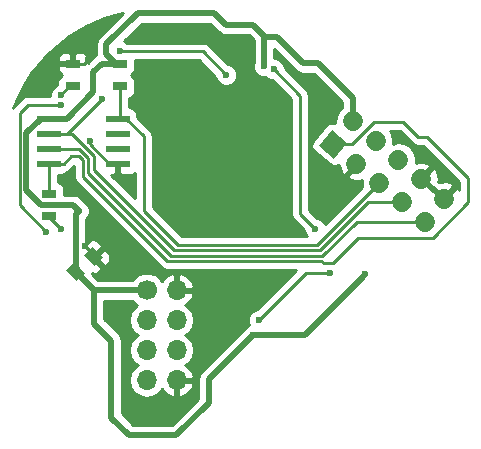
<source format=gbl>
G04 #@! TF.FileFunction,Copper,L2,Bot,Signal*
%FSLAX46Y46*%
G04 Gerber Fmt 4.6, Leading zero omitted, Abs format (unit mm)*
G04 Created by KiCad (PCBNEW 4.0.6-e0-6349~52~ubuntu16.10.1) date Sun Jul  9 07:11:00 2017*
%MOMM*%
%LPD*%
G01*
G04 APERTURE LIST*
%ADD10C,0.100000*%
%ADD11C,1.700000*%
%ADD12O,1.700000X1.700000*%
%ADD13R,1.300000X0.700000*%
%ADD14R,2.000000X0.600000*%
%ADD15C,1.700000*%
%ADD16C,0.600000*%
%ADD17C,0.500000*%
%ADD18C,0.250000*%
%ADD19C,0.254000*%
G04 APERTURE END LIST*
D10*
G36*
X94252676Y-144942960D02*
X93449192Y-143985404D01*
X94215236Y-143342616D01*
X95018720Y-144300172D01*
X94252676Y-144942960D01*
X94252676Y-144942960D01*
G37*
G36*
X95784764Y-143657384D02*
X94981280Y-142699828D01*
X95747324Y-142057040D01*
X96550808Y-143014596D01*
X95784764Y-143657384D01*
X95784764Y-143657384D01*
G37*
D11*
X100250000Y-145710000D03*
D12*
X102790000Y-145710000D03*
X100250000Y-148250000D03*
X102790000Y-148250000D03*
X100250000Y-150790000D03*
X102790000Y-150790000D03*
X100250000Y-153330000D03*
X102790000Y-153330000D03*
D13*
X92000000Y-139450000D03*
X92000000Y-137550000D03*
X94000000Y-126550000D03*
X94000000Y-128450000D03*
X98000000Y-126550000D03*
X98000000Y-128450000D03*
D14*
X97800000Y-131190000D03*
X97800000Y-132460000D03*
X97800000Y-133730000D03*
X97800000Y-135000000D03*
X92000000Y-135000000D03*
X92000000Y-133730000D03*
X92000000Y-132460000D03*
X92000000Y-131190000D03*
D10*
G36*
X116159015Y-134564826D02*
X114856740Y-133472087D01*
X115949479Y-132169812D01*
X117251754Y-133262551D01*
X116159015Y-134564826D01*
X116159015Y-134564826D01*
G37*
D15*
X117686928Y-131421566D02*
X117686928Y-131421566D01*
X118000000Y-135000000D02*
X118000000Y-135000000D01*
X119632680Y-133054247D02*
X119632680Y-133054247D01*
X119945753Y-136632680D02*
X119945753Y-136632680D01*
X121578433Y-134686927D02*
X121578433Y-134686927D01*
X121891506Y-138265361D02*
X121891506Y-138265361D01*
X123524186Y-136319608D02*
X123524186Y-136319608D01*
X123837259Y-139898041D02*
X123837259Y-139898041D01*
X125469939Y-137952288D02*
X125469939Y-137952288D01*
D16*
X118782950Y-144375010D03*
X110194586Y-126758312D03*
X109250000Y-149500000D03*
X95750000Y-127750000D03*
X94500000Y-139000000D03*
X107750000Y-125750000D03*
X95000000Y-142000000D03*
X95445201Y-133113476D03*
X95250000Y-126250000D03*
X93000000Y-129199987D03*
X96500000Y-129500000D03*
X93000000Y-130000000D03*
X91750000Y-140750000D03*
X93000000Y-140500000D03*
X107000000Y-127500000D03*
X98000000Y-125500000D03*
X114500000Y-140500000D03*
X111000000Y-127000000D03*
X115749992Y-144250000D03*
X109750000Y-148250000D03*
D17*
X90075011Y-132414989D02*
X91300000Y-131190000D01*
X91313188Y-138500000D02*
X90075011Y-137261823D01*
X90075011Y-137261823D02*
X90075011Y-132414989D01*
X94000000Y-138500000D02*
X91313188Y-138500000D01*
X91300000Y-131190000D02*
X92000000Y-131190000D01*
X94500000Y-139000000D02*
X94000000Y-138500000D01*
X118482951Y-144675009D02*
X118782950Y-144375010D01*
X109250000Y-149500000D02*
X113657960Y-149500000D01*
X113657960Y-149500000D02*
X118482951Y-144675009D01*
X110250000Y-124250000D02*
X110194586Y-124305414D01*
X110194586Y-126334048D02*
X110194586Y-126758312D01*
X110194586Y-124305414D02*
X110194586Y-126334048D01*
X109250000Y-123250000D02*
X110250000Y-124250000D01*
X107000000Y-123250000D02*
X109250000Y-123250000D01*
X106000000Y-122250000D02*
X107000000Y-123250000D01*
X99500000Y-122250000D02*
X106000000Y-122250000D01*
X96850000Y-124900000D02*
X99500000Y-122250000D01*
X96850000Y-125700000D02*
X96850000Y-124900000D01*
X97700000Y-126550000D02*
X96850000Y-125700000D01*
X98000000Y-126550000D02*
X97700000Y-126550000D01*
X105500000Y-155250000D02*
X105500000Y-153250000D01*
X105500000Y-153250000D02*
X109250000Y-149500000D01*
X102750000Y-158000000D02*
X105500000Y-155250000D01*
X102250000Y-158000000D02*
X102750000Y-158000000D01*
X98750000Y-158000000D02*
X102250000Y-158000000D01*
X97250000Y-156500000D02*
X98750000Y-158000000D01*
X97250000Y-150000000D02*
X97250000Y-156500000D01*
X95801168Y-148551168D02*
X97250000Y-150000000D01*
X95801168Y-145710000D02*
X95801168Y-148551168D01*
X114750000Y-126500000D02*
X117686928Y-129436928D01*
X117686928Y-129436928D02*
X117686928Y-131421566D01*
X113500000Y-126500000D02*
X114750000Y-126500000D01*
X111250000Y-124250000D02*
X113500000Y-126500000D01*
X110250000Y-124250000D02*
X111250000Y-124250000D01*
X95750000Y-127250000D02*
X96450000Y-126550000D01*
X96450000Y-126550000D02*
X98000000Y-126550000D01*
X95750000Y-127750000D02*
X95750000Y-127250000D01*
X92000000Y-131190000D02*
X93500000Y-131190000D01*
X93500000Y-131190000D02*
X95750000Y-128940000D01*
X95750000Y-128940000D02*
X95750000Y-127750000D01*
X94233956Y-144142788D02*
X94233956Y-139266044D01*
X94233956Y-139266044D02*
X94500000Y-139000000D01*
X100250000Y-145710000D02*
X95801168Y-145710000D01*
X95801168Y-145710000D02*
X94233956Y-144142788D01*
D18*
X95766044Y-142857212D02*
X95766044Y-142766044D01*
X95766044Y-142766044D02*
X95000000Y-142000000D01*
X95445201Y-133345201D02*
X95445201Y-133113476D01*
X97800000Y-135000000D02*
X97100000Y-135000000D01*
X97100000Y-135000000D02*
X95445201Y-133345201D01*
X94000000Y-126550000D02*
X94950000Y-126550000D01*
X94950000Y-126550000D02*
X95250000Y-126250000D01*
X127500000Y-136250000D02*
X127500000Y-138250000D01*
X94875002Y-134699998D02*
X94550002Y-134374998D01*
X122000000Y-131500000D02*
X123250000Y-132750000D01*
X116050001Y-143374999D02*
X115199999Y-143374999D01*
X124000000Y-132750000D02*
X127500000Y-136250000D01*
X93875002Y-134374998D02*
X93250000Y-135000000D01*
X102000000Y-143250000D02*
X94875002Y-136125002D01*
X116054247Y-133367319D02*
X117632681Y-133367319D01*
X115075000Y-143250000D02*
X102000000Y-143250000D01*
X117632681Y-133367319D02*
X119500000Y-131500000D01*
X119500000Y-131500000D02*
X122000000Y-131500000D01*
X123250000Y-132750000D02*
X124000000Y-132750000D01*
X127500000Y-138250000D02*
X124500000Y-141250000D01*
X93250000Y-135000000D02*
X92000000Y-135000000D01*
X124500000Y-141250000D02*
X118175000Y-141250000D01*
X118175000Y-141250000D02*
X116050001Y-143374999D01*
X115199999Y-143374999D02*
X115075000Y-143250000D01*
X94875002Y-136125002D02*
X94875002Y-134699998D01*
X94550002Y-134374998D02*
X93875002Y-134374998D01*
X92000000Y-135000000D02*
X92000000Y-137550000D01*
X100000000Y-139000000D02*
X102899967Y-141899967D01*
X98500000Y-131190000D02*
X100000000Y-132690000D01*
X97800000Y-131190000D02*
X98500000Y-131190000D01*
X100000000Y-132690000D02*
X100000000Y-139000000D01*
X102899967Y-141899967D02*
X114678466Y-141899967D01*
X114678466Y-141899967D02*
X119095754Y-137482679D01*
X119095754Y-137482679D02*
X119945753Y-136632680D01*
X98000000Y-128450000D02*
X98000000Y-130990000D01*
X98000000Y-130990000D02*
X97800000Y-131190000D01*
X114952198Y-142349978D02*
X119036815Y-138265361D01*
X93907826Y-132460000D02*
X95775024Y-134327198D01*
X95775024Y-135535024D02*
X102589978Y-142349978D01*
X92000000Y-132460000D02*
X93907826Y-132460000D01*
X119036815Y-138265361D02*
X120689425Y-138265361D01*
X102589978Y-142349978D02*
X114952198Y-142349978D01*
X120689425Y-138265361D02*
X121891506Y-138265361D01*
X95775024Y-134327198D02*
X95775024Y-135535024D01*
X93700000Y-128450000D02*
X93000000Y-129150000D01*
X94000000Y-128450000D02*
X93700000Y-128450000D01*
X93000000Y-129150000D02*
X93000000Y-129199987D01*
X92000000Y-132460000D02*
X93540000Y-132460000D01*
X93540000Y-132460000D02*
X96500000Y-129500000D01*
X102319989Y-142799989D02*
X115138598Y-142799989D01*
X115138598Y-142799989D02*
X118040546Y-139898041D01*
X118040546Y-139898041D02*
X122635178Y-139898041D01*
X92000000Y-133730000D02*
X94541415Y-133730000D01*
X94541415Y-133730000D02*
X95325013Y-134513598D01*
X95325013Y-135805013D02*
X102319989Y-142799989D01*
X95325013Y-134513598D02*
X95325013Y-135805013D01*
X122635178Y-139898041D02*
X123837259Y-139898041D01*
X89500000Y-130750000D02*
X90250000Y-130000000D01*
X90250000Y-130000000D02*
X93000000Y-130000000D01*
X89500000Y-138500000D02*
X89500000Y-130750000D01*
X91750000Y-140750000D02*
X89500000Y-138500000D01*
X92000000Y-139450000D02*
X92000000Y-139500000D01*
X92000000Y-139500000D02*
X93000000Y-140500000D01*
X98000000Y-125500000D02*
X105000000Y-125500000D01*
X105000000Y-125500000D02*
X107000000Y-127500000D01*
X113250000Y-129250000D02*
X113250000Y-139250000D01*
X113250000Y-139250000D02*
X114500000Y-140500000D01*
X111000000Y-127000000D02*
X113250000Y-129250000D01*
X115325728Y-144250000D02*
X115749992Y-144250000D01*
X113750000Y-144250000D02*
X115325728Y-144250000D01*
X109750000Y-148250000D02*
X113750000Y-144250000D01*
D19*
G36*
X94115002Y-136125002D02*
X94172854Y-136415841D01*
X94337601Y-136662403D01*
X101462599Y-143787401D01*
X101709161Y-143952148D01*
X102000000Y-144010000D01*
X112915198Y-144010000D01*
X109610320Y-147314878D01*
X109564833Y-147314838D01*
X109221057Y-147456883D01*
X108957808Y-147719673D01*
X108815162Y-148063201D01*
X108814838Y-148435167D01*
X108897060Y-148634160D01*
X108721057Y-148706883D01*
X108457808Y-148969673D01*
X108407434Y-149090987D01*
X104874210Y-152624210D01*
X104682367Y-152911325D01*
X104677024Y-152938188D01*
X104614999Y-153250000D01*
X104615000Y-153250005D01*
X104615000Y-154883421D01*
X102383420Y-157115000D01*
X99116579Y-157115000D01*
X98135000Y-156133420D01*
X98135000Y-150000005D01*
X98135001Y-150000000D01*
X98072375Y-149685167D01*
X98067633Y-149661325D01*
X97875790Y-149374210D01*
X97875787Y-149374208D01*
X96686168Y-148184588D01*
X96686168Y-146595000D01*
X99035180Y-146595000D01*
X99407717Y-146968188D01*
X99475550Y-146996355D01*
X99170853Y-147199946D01*
X98848946Y-147681715D01*
X98735907Y-148250000D01*
X98848946Y-148818285D01*
X99170853Y-149300054D01*
X99500026Y-149520000D01*
X99170853Y-149739946D01*
X98848946Y-150221715D01*
X98735907Y-150790000D01*
X98848946Y-151358285D01*
X99170853Y-151840054D01*
X99500026Y-152060000D01*
X99170853Y-152279946D01*
X98848946Y-152761715D01*
X98735907Y-153330000D01*
X98848946Y-153898285D01*
X99170853Y-154380054D01*
X99652622Y-154701961D01*
X100220907Y-154815000D01*
X100279093Y-154815000D01*
X100847378Y-154701961D01*
X101329147Y-154380054D01*
X101518345Y-154096899D01*
X101518355Y-154096924D01*
X101908642Y-154525183D01*
X102433108Y-154771486D01*
X102663000Y-154650819D01*
X102663000Y-153457000D01*
X102917000Y-153457000D01*
X102917000Y-154650819D01*
X103146892Y-154771486D01*
X103671358Y-154525183D01*
X104061645Y-154096924D01*
X104231476Y-153686890D01*
X104110155Y-153457000D01*
X102917000Y-153457000D01*
X102663000Y-153457000D01*
X102643000Y-153457000D01*
X102643000Y-153203000D01*
X102663000Y-153203000D01*
X102663000Y-153183000D01*
X102917000Y-153183000D01*
X102917000Y-153203000D01*
X104110155Y-153203000D01*
X104231476Y-152973110D01*
X104061645Y-152563076D01*
X103671358Y-152134817D01*
X103528447Y-152067702D01*
X103869147Y-151840054D01*
X104191054Y-151358285D01*
X104304093Y-150790000D01*
X104191054Y-150221715D01*
X103869147Y-149739946D01*
X103539974Y-149520000D01*
X103869147Y-149300054D01*
X104191054Y-148818285D01*
X104304093Y-148250000D01*
X104191054Y-147681715D01*
X103869147Y-147199946D01*
X103528447Y-146972298D01*
X103671358Y-146905183D01*
X104061645Y-146476924D01*
X104231476Y-146066890D01*
X104110155Y-145837000D01*
X102917000Y-145837000D01*
X102917000Y-145857000D01*
X102663000Y-145857000D01*
X102663000Y-145837000D01*
X102643000Y-145837000D01*
X102643000Y-145583000D01*
X102663000Y-145583000D01*
X102663000Y-144389181D01*
X102917000Y-144389181D01*
X102917000Y-145583000D01*
X104110155Y-145583000D01*
X104231476Y-145353110D01*
X104061645Y-144943076D01*
X103671358Y-144514817D01*
X103146892Y-144268514D01*
X102917000Y-144389181D01*
X102663000Y-144389181D01*
X102433108Y-144268514D01*
X101908642Y-144514817D01*
X101533169Y-144926820D01*
X101509656Y-144869914D01*
X101092283Y-144451812D01*
X100546681Y-144225258D01*
X99955911Y-144224743D01*
X99409914Y-144450344D01*
X99034604Y-144825000D01*
X96167747Y-144825000D01*
X95657865Y-144315117D01*
X95654726Y-144283432D01*
X95855249Y-144300975D01*
X96096176Y-144225012D01*
X96357059Y-144006105D01*
X96376626Y-143782452D01*
X95750390Y-143036134D01*
X95735070Y-143048989D01*
X95587285Y-142872866D01*
X95944966Y-142872866D01*
X96571201Y-143619184D01*
X96794854Y-143638751D01*
X97055737Y-143419844D01*
X97172383Y-143195769D01*
X97194401Y-142944111D01*
X97118437Y-142703185D01*
X96956057Y-142509668D01*
X96819181Y-142346545D01*
X96595529Y-142326978D01*
X95944966Y-142872866D01*
X95587285Y-142872866D01*
X95571801Y-142854414D01*
X95587122Y-142841558D01*
X95574267Y-142826238D01*
X95768842Y-142662969D01*
X95781698Y-142678290D01*
X96432261Y-142132403D01*
X96451828Y-141908751D01*
X96314952Y-141745629D01*
X96152572Y-141552111D01*
X95928496Y-141435465D01*
X95676839Y-141413449D01*
X95435912Y-141489412D01*
X95175029Y-141708319D01*
X95155462Y-141931969D01*
X95118956Y-141888463D01*
X95118956Y-139703261D01*
X95292192Y-139530327D01*
X95434838Y-139186799D01*
X95435162Y-138814833D01*
X95293117Y-138471057D01*
X95030327Y-138207808D01*
X94909013Y-138157434D01*
X94625790Y-137874210D01*
X94577413Y-137841886D01*
X94338675Y-137682367D01*
X94282484Y-137671190D01*
X94000000Y-137614999D01*
X93999995Y-137615000D01*
X93297440Y-137615000D01*
X93297440Y-137200000D01*
X93253162Y-136964683D01*
X93114090Y-136748559D01*
X92901890Y-136603569D01*
X92760000Y-136574836D01*
X92760000Y-135947440D01*
X93000000Y-135947440D01*
X93235317Y-135903162D01*
X93451441Y-135764090D01*
X93486360Y-135712985D01*
X93540839Y-135702148D01*
X93787401Y-135537401D01*
X94115002Y-135209800D01*
X94115002Y-136125002D01*
X94115002Y-136125002D01*
G37*
X94115002Y-136125002D02*
X94172854Y-136415841D01*
X94337601Y-136662403D01*
X101462599Y-143787401D01*
X101709161Y-143952148D01*
X102000000Y-144010000D01*
X112915198Y-144010000D01*
X109610320Y-147314878D01*
X109564833Y-147314838D01*
X109221057Y-147456883D01*
X108957808Y-147719673D01*
X108815162Y-148063201D01*
X108814838Y-148435167D01*
X108897060Y-148634160D01*
X108721057Y-148706883D01*
X108457808Y-148969673D01*
X108407434Y-149090987D01*
X104874210Y-152624210D01*
X104682367Y-152911325D01*
X104677024Y-152938188D01*
X104614999Y-153250000D01*
X104615000Y-153250005D01*
X104615000Y-154883421D01*
X102383420Y-157115000D01*
X99116579Y-157115000D01*
X98135000Y-156133420D01*
X98135000Y-150000005D01*
X98135001Y-150000000D01*
X98072375Y-149685167D01*
X98067633Y-149661325D01*
X97875790Y-149374210D01*
X97875787Y-149374208D01*
X96686168Y-148184588D01*
X96686168Y-146595000D01*
X99035180Y-146595000D01*
X99407717Y-146968188D01*
X99475550Y-146996355D01*
X99170853Y-147199946D01*
X98848946Y-147681715D01*
X98735907Y-148250000D01*
X98848946Y-148818285D01*
X99170853Y-149300054D01*
X99500026Y-149520000D01*
X99170853Y-149739946D01*
X98848946Y-150221715D01*
X98735907Y-150790000D01*
X98848946Y-151358285D01*
X99170853Y-151840054D01*
X99500026Y-152060000D01*
X99170853Y-152279946D01*
X98848946Y-152761715D01*
X98735907Y-153330000D01*
X98848946Y-153898285D01*
X99170853Y-154380054D01*
X99652622Y-154701961D01*
X100220907Y-154815000D01*
X100279093Y-154815000D01*
X100847378Y-154701961D01*
X101329147Y-154380054D01*
X101518345Y-154096899D01*
X101518355Y-154096924D01*
X101908642Y-154525183D01*
X102433108Y-154771486D01*
X102663000Y-154650819D01*
X102663000Y-153457000D01*
X102917000Y-153457000D01*
X102917000Y-154650819D01*
X103146892Y-154771486D01*
X103671358Y-154525183D01*
X104061645Y-154096924D01*
X104231476Y-153686890D01*
X104110155Y-153457000D01*
X102917000Y-153457000D01*
X102663000Y-153457000D01*
X102643000Y-153457000D01*
X102643000Y-153203000D01*
X102663000Y-153203000D01*
X102663000Y-153183000D01*
X102917000Y-153183000D01*
X102917000Y-153203000D01*
X104110155Y-153203000D01*
X104231476Y-152973110D01*
X104061645Y-152563076D01*
X103671358Y-152134817D01*
X103528447Y-152067702D01*
X103869147Y-151840054D01*
X104191054Y-151358285D01*
X104304093Y-150790000D01*
X104191054Y-150221715D01*
X103869147Y-149739946D01*
X103539974Y-149520000D01*
X103869147Y-149300054D01*
X104191054Y-148818285D01*
X104304093Y-148250000D01*
X104191054Y-147681715D01*
X103869147Y-147199946D01*
X103528447Y-146972298D01*
X103671358Y-146905183D01*
X104061645Y-146476924D01*
X104231476Y-146066890D01*
X104110155Y-145837000D01*
X102917000Y-145837000D01*
X102917000Y-145857000D01*
X102663000Y-145857000D01*
X102663000Y-145837000D01*
X102643000Y-145837000D01*
X102643000Y-145583000D01*
X102663000Y-145583000D01*
X102663000Y-144389181D01*
X102917000Y-144389181D01*
X102917000Y-145583000D01*
X104110155Y-145583000D01*
X104231476Y-145353110D01*
X104061645Y-144943076D01*
X103671358Y-144514817D01*
X103146892Y-144268514D01*
X102917000Y-144389181D01*
X102663000Y-144389181D01*
X102433108Y-144268514D01*
X101908642Y-144514817D01*
X101533169Y-144926820D01*
X101509656Y-144869914D01*
X101092283Y-144451812D01*
X100546681Y-144225258D01*
X99955911Y-144224743D01*
X99409914Y-144450344D01*
X99034604Y-144825000D01*
X96167747Y-144825000D01*
X95657865Y-144315117D01*
X95654726Y-144283432D01*
X95855249Y-144300975D01*
X96096176Y-144225012D01*
X96357059Y-144006105D01*
X96376626Y-143782452D01*
X95750390Y-143036134D01*
X95735070Y-143048989D01*
X95587285Y-142872866D01*
X95944966Y-142872866D01*
X96571201Y-143619184D01*
X96794854Y-143638751D01*
X97055737Y-143419844D01*
X97172383Y-143195769D01*
X97194401Y-142944111D01*
X97118437Y-142703185D01*
X96956057Y-142509668D01*
X96819181Y-142346545D01*
X96595529Y-142326978D01*
X95944966Y-142872866D01*
X95587285Y-142872866D01*
X95571801Y-142854414D01*
X95587122Y-142841558D01*
X95574267Y-142826238D01*
X95768842Y-142662969D01*
X95781698Y-142678290D01*
X96432261Y-142132403D01*
X96451828Y-141908751D01*
X96314952Y-141745629D01*
X96152572Y-141552111D01*
X95928496Y-141435465D01*
X95676839Y-141413449D01*
X95435912Y-141489412D01*
X95175029Y-141708319D01*
X95155462Y-141931969D01*
X95118956Y-141888463D01*
X95118956Y-139703261D01*
X95292192Y-139530327D01*
X95434838Y-139186799D01*
X95435162Y-138814833D01*
X95293117Y-138471057D01*
X95030327Y-138207808D01*
X94909013Y-138157434D01*
X94625790Y-137874210D01*
X94577413Y-137841886D01*
X94338675Y-137682367D01*
X94282484Y-137671190D01*
X94000000Y-137614999D01*
X93999995Y-137615000D01*
X93297440Y-137615000D01*
X93297440Y-137200000D01*
X93253162Y-136964683D01*
X93114090Y-136748559D01*
X92901890Y-136603569D01*
X92760000Y-136574836D01*
X92760000Y-135947440D01*
X93000000Y-135947440D01*
X93235317Y-135903162D01*
X93451441Y-135764090D01*
X93486360Y-135712985D01*
X93540839Y-135702148D01*
X93787401Y-135537401D01*
X94115002Y-135209800D01*
X94115002Y-136125002D01*
G36*
X106374208Y-123875787D02*
X106374210Y-123875790D01*
X106541129Y-123987321D01*
X106661326Y-124067634D01*
X107000000Y-124135001D01*
X107000005Y-124135000D01*
X108883420Y-124135000D01*
X109309586Y-124561165D01*
X109309586Y-126451490D01*
X109259748Y-126571513D01*
X109259424Y-126943479D01*
X109401469Y-127287255D01*
X109664259Y-127550504D01*
X110007787Y-127693150D01*
X110371120Y-127693466D01*
X110469673Y-127792192D01*
X110813201Y-127934838D01*
X110860077Y-127934879D01*
X112490000Y-129564802D01*
X112490000Y-139250000D01*
X112547852Y-139540839D01*
X112712599Y-139787401D01*
X113564878Y-140639680D01*
X113564838Y-140685167D01*
X113706883Y-141028943D01*
X113817713Y-141139967D01*
X103214769Y-141139967D01*
X100760000Y-138685198D01*
X100760000Y-132690000D01*
X100723840Y-132508213D01*
X100702148Y-132399160D01*
X100537401Y-132152599D01*
X99447440Y-131062638D01*
X99447440Y-130890000D01*
X99403162Y-130654683D01*
X99264090Y-130438559D01*
X99051890Y-130293569D01*
X98800000Y-130242560D01*
X98760000Y-130242560D01*
X98760000Y-129426742D01*
X98885317Y-129403162D01*
X99101441Y-129264090D01*
X99246431Y-129051890D01*
X99297440Y-128800000D01*
X99297440Y-128100000D01*
X99253162Y-127864683D01*
X99114090Y-127648559D01*
X98901890Y-127503569D01*
X98888803Y-127500919D01*
X99101441Y-127364090D01*
X99246431Y-127151890D01*
X99297440Y-126900000D01*
X99297440Y-126260000D01*
X104685198Y-126260000D01*
X106064878Y-127639680D01*
X106064838Y-127685167D01*
X106206883Y-128028943D01*
X106469673Y-128292192D01*
X106813201Y-128434838D01*
X107185167Y-128435162D01*
X107528943Y-128293117D01*
X107792192Y-128030327D01*
X107934838Y-127686799D01*
X107935162Y-127314833D01*
X107793117Y-126971057D01*
X107530327Y-126707808D01*
X107186799Y-126565162D01*
X107139923Y-126565121D01*
X105537401Y-124962599D01*
X105290839Y-124797852D01*
X105000000Y-124740000D01*
X98562463Y-124740000D01*
X98530327Y-124707808D01*
X98363178Y-124638401D01*
X99866579Y-123135000D01*
X105633420Y-123135000D01*
X106374208Y-123875787D01*
X106374208Y-123875787D01*
G37*
X106374208Y-123875787D02*
X106374210Y-123875790D01*
X106541129Y-123987321D01*
X106661326Y-124067634D01*
X107000000Y-124135001D01*
X107000005Y-124135000D01*
X108883420Y-124135000D01*
X109309586Y-124561165D01*
X109309586Y-126451490D01*
X109259748Y-126571513D01*
X109259424Y-126943479D01*
X109401469Y-127287255D01*
X109664259Y-127550504D01*
X110007787Y-127693150D01*
X110371120Y-127693466D01*
X110469673Y-127792192D01*
X110813201Y-127934838D01*
X110860077Y-127934879D01*
X112490000Y-129564802D01*
X112490000Y-139250000D01*
X112547852Y-139540839D01*
X112712599Y-139787401D01*
X113564878Y-140639680D01*
X113564838Y-140685167D01*
X113706883Y-141028943D01*
X113817713Y-141139967D01*
X103214769Y-141139967D01*
X100760000Y-138685198D01*
X100760000Y-132690000D01*
X100723840Y-132508213D01*
X100702148Y-132399160D01*
X100537401Y-132152599D01*
X99447440Y-131062638D01*
X99447440Y-130890000D01*
X99403162Y-130654683D01*
X99264090Y-130438559D01*
X99051890Y-130293569D01*
X98800000Y-130242560D01*
X98760000Y-130242560D01*
X98760000Y-129426742D01*
X98885317Y-129403162D01*
X99101441Y-129264090D01*
X99246431Y-129051890D01*
X99297440Y-128800000D01*
X99297440Y-128100000D01*
X99253162Y-127864683D01*
X99114090Y-127648559D01*
X98901890Y-127503569D01*
X98888803Y-127500919D01*
X99101441Y-127364090D01*
X99246431Y-127151890D01*
X99297440Y-126900000D01*
X99297440Y-126260000D01*
X104685198Y-126260000D01*
X106064878Y-127639680D01*
X106064838Y-127685167D01*
X106206883Y-128028943D01*
X106469673Y-128292192D01*
X106813201Y-128434838D01*
X107185167Y-128435162D01*
X107528943Y-128293117D01*
X107792192Y-128030327D01*
X107934838Y-127686799D01*
X107935162Y-127314833D01*
X107793117Y-126971057D01*
X107530327Y-126707808D01*
X107186799Y-126565162D01*
X107139923Y-126565121D01*
X105537401Y-124962599D01*
X105290839Y-124797852D01*
X105000000Y-124740000D01*
X98562463Y-124740000D01*
X98530327Y-124707808D01*
X98363178Y-124638401D01*
X99866579Y-123135000D01*
X105633420Y-123135000D01*
X106374208Y-123875787D01*
G36*
X112874208Y-127125787D02*
X112874210Y-127125790D01*
X113060729Y-127250417D01*
X113161326Y-127317634D01*
X113500000Y-127385001D01*
X113500005Y-127385000D01*
X114383420Y-127385000D01*
X116801928Y-129803507D01*
X116801928Y-130257035D01*
X116568053Y-130444740D01*
X116530651Y-130489314D01*
X116251957Y-130997306D01*
X116188877Y-131573280D01*
X116189291Y-131574702D01*
X116156921Y-131556504D01*
X115901967Y-131524118D01*
X115654499Y-131593474D01*
X115453511Y-131753645D01*
X114360772Y-133055920D01*
X114243432Y-133264645D01*
X114211046Y-133519599D01*
X114280402Y-133767067D01*
X114440573Y-133968055D01*
X115742848Y-135060794D01*
X115951573Y-135178134D01*
X116206527Y-135210520D01*
X116453995Y-135141164D01*
X116540169Y-135072491D01*
X116595104Y-135481167D01*
X116800043Y-135874830D01*
X117054133Y-135929663D01*
X117821078Y-135015654D01*
X117805757Y-135002798D01*
X117969026Y-134808223D01*
X117984346Y-134821078D01*
X117997202Y-134805757D01*
X118191777Y-134969026D01*
X118178922Y-134984346D01*
X118194243Y-134997202D01*
X118030974Y-135191777D01*
X118015654Y-135178922D01*
X117248708Y-136092931D01*
X117346831Y-136333639D01*
X117770100Y-136467106D01*
X118349037Y-136443408D01*
X118492311Y-136377072D01*
X118447702Y-136784394D01*
X118508985Y-136994646D01*
X115363130Y-140140501D01*
X115293117Y-139971057D01*
X115030327Y-139707808D01*
X114686799Y-139565162D01*
X114639923Y-139565121D01*
X114010000Y-138935198D01*
X114010000Y-129250000D01*
X113952148Y-128959161D01*
X113787401Y-128712599D01*
X111935122Y-126860320D01*
X111935162Y-126814833D01*
X111793117Y-126471057D01*
X111530327Y-126207808D01*
X111186799Y-126065162D01*
X111079586Y-126065069D01*
X111079586Y-125331166D01*
X112874208Y-127125787D01*
X112874208Y-127125787D01*
G37*
X112874208Y-127125787D02*
X112874210Y-127125790D01*
X113060729Y-127250417D01*
X113161326Y-127317634D01*
X113500000Y-127385001D01*
X113500005Y-127385000D01*
X114383420Y-127385000D01*
X116801928Y-129803507D01*
X116801928Y-130257035D01*
X116568053Y-130444740D01*
X116530651Y-130489314D01*
X116251957Y-130997306D01*
X116188877Y-131573280D01*
X116189291Y-131574702D01*
X116156921Y-131556504D01*
X115901967Y-131524118D01*
X115654499Y-131593474D01*
X115453511Y-131753645D01*
X114360772Y-133055920D01*
X114243432Y-133264645D01*
X114211046Y-133519599D01*
X114280402Y-133767067D01*
X114440573Y-133968055D01*
X115742848Y-135060794D01*
X115951573Y-135178134D01*
X116206527Y-135210520D01*
X116453995Y-135141164D01*
X116540169Y-135072491D01*
X116595104Y-135481167D01*
X116800043Y-135874830D01*
X117054133Y-135929663D01*
X117821078Y-135015654D01*
X117805757Y-135002798D01*
X117969026Y-134808223D01*
X117984346Y-134821078D01*
X117997202Y-134805757D01*
X118191777Y-134969026D01*
X118178922Y-134984346D01*
X118194243Y-134997202D01*
X118030974Y-135191777D01*
X118015654Y-135178922D01*
X117248708Y-136092931D01*
X117346831Y-136333639D01*
X117770100Y-136467106D01*
X118349037Y-136443408D01*
X118492311Y-136377072D01*
X118447702Y-136784394D01*
X118508985Y-136994646D01*
X115363130Y-140140501D01*
X115293117Y-139971057D01*
X115030327Y-139707808D01*
X114686799Y-139565162D01*
X114639923Y-139565121D01*
X114010000Y-138935198D01*
X114010000Y-129250000D01*
X113952148Y-128959161D01*
X113787401Y-128712599D01*
X111935122Y-126860320D01*
X111935162Y-126814833D01*
X111793117Y-126471057D01*
X111530327Y-126207808D01*
X111186799Y-126065162D01*
X111079586Y-126065069D01*
X111079586Y-125331166D01*
X112874208Y-127125787D01*
G36*
X122712599Y-133287401D02*
X122959161Y-133452148D01*
X123250000Y-133510000D01*
X123685198Y-133510000D01*
X126740000Y-136564802D01*
X126740000Y-137212119D01*
X126669896Y-137077458D01*
X126415806Y-137022625D01*
X125648861Y-137936634D01*
X125664182Y-137949490D01*
X125500913Y-138144065D01*
X125485593Y-138131210D01*
X125472737Y-138146531D01*
X125278162Y-137983262D01*
X125291017Y-137967942D01*
X124376499Y-137200570D01*
X123539840Y-136498530D01*
X123526984Y-136513851D01*
X123332409Y-136350582D01*
X123345264Y-136335262D01*
X123329943Y-136322406D01*
X123345426Y-136303954D01*
X123703108Y-136303954D01*
X124617626Y-137071326D01*
X125454285Y-137773366D01*
X126221231Y-136859357D01*
X126123108Y-136618649D01*
X125699839Y-136485182D01*
X125120902Y-136508880D01*
X124961184Y-136582829D01*
X125006275Y-136412697D01*
X124929082Y-135838441D01*
X124724143Y-135444778D01*
X124470053Y-135389945D01*
X123703108Y-136303954D01*
X123345426Y-136303954D01*
X123493212Y-136127831D01*
X123508532Y-136140686D01*
X124275478Y-135226677D01*
X124177355Y-134985969D01*
X123754086Y-134852502D01*
X123175149Y-134876200D01*
X123031875Y-134942536D01*
X123076484Y-134535213D01*
X122914345Y-133978943D01*
X122551673Y-133527064D01*
X122043681Y-133248370D01*
X121467707Y-133185290D01*
X121087631Y-133296073D01*
X121130731Y-132902533D01*
X120968592Y-132346263D01*
X120899358Y-132260000D01*
X121685198Y-132260000D01*
X122712599Y-133287401D01*
X122712599Y-133287401D01*
G37*
X122712599Y-133287401D02*
X122959161Y-133452148D01*
X123250000Y-133510000D01*
X123685198Y-133510000D01*
X126740000Y-136564802D01*
X126740000Y-137212119D01*
X126669896Y-137077458D01*
X126415806Y-137022625D01*
X125648861Y-137936634D01*
X125664182Y-137949490D01*
X125500913Y-138144065D01*
X125485593Y-138131210D01*
X125472737Y-138146531D01*
X125278162Y-137983262D01*
X125291017Y-137967942D01*
X124376499Y-137200570D01*
X123539840Y-136498530D01*
X123526984Y-136513851D01*
X123332409Y-136350582D01*
X123345264Y-136335262D01*
X123329943Y-136322406D01*
X123345426Y-136303954D01*
X123703108Y-136303954D01*
X124617626Y-137071326D01*
X125454285Y-137773366D01*
X126221231Y-136859357D01*
X126123108Y-136618649D01*
X125699839Y-136485182D01*
X125120902Y-136508880D01*
X124961184Y-136582829D01*
X125006275Y-136412697D01*
X124929082Y-135838441D01*
X124724143Y-135444778D01*
X124470053Y-135389945D01*
X123703108Y-136303954D01*
X123345426Y-136303954D01*
X123493212Y-136127831D01*
X123508532Y-136140686D01*
X124275478Y-135226677D01*
X124177355Y-134985969D01*
X123754086Y-134852502D01*
X123175149Y-134876200D01*
X123031875Y-134942536D01*
X123076484Y-134535213D01*
X122914345Y-133978943D01*
X122551673Y-133527064D01*
X122043681Y-133248370D01*
X121467707Y-133185290D01*
X121087631Y-133296073D01*
X121130731Y-132902533D01*
X120968592Y-132346263D01*
X120899358Y-132260000D01*
X121685198Y-132260000D01*
X122712599Y-133287401D01*
G36*
X97927000Y-134873000D02*
X97947000Y-134873000D01*
X97947000Y-135127000D01*
X97927000Y-135127000D01*
X97927000Y-135776250D01*
X98085750Y-135935000D01*
X98926309Y-135935000D01*
X99159698Y-135838327D01*
X99240000Y-135758025D01*
X99240000Y-137925198D01*
X97249802Y-135935000D01*
X97514250Y-135935000D01*
X97673000Y-135776250D01*
X97673000Y-135127000D01*
X97653000Y-135127000D01*
X97653000Y-134873000D01*
X97673000Y-134873000D01*
X97673000Y-134853000D01*
X97927000Y-134853000D01*
X97927000Y-134873000D01*
X97927000Y-134873000D01*
G37*
X97927000Y-134873000D02*
X97947000Y-134873000D01*
X97947000Y-135127000D01*
X97927000Y-135127000D01*
X97927000Y-135776250D01*
X98085750Y-135935000D01*
X98926309Y-135935000D01*
X99159698Y-135838327D01*
X99240000Y-135758025D01*
X99240000Y-137925198D01*
X97249802Y-135935000D01*
X97514250Y-135935000D01*
X97673000Y-135776250D01*
X97673000Y-135127000D01*
X97653000Y-135127000D01*
X97653000Y-134873000D01*
X97673000Y-134873000D01*
X97673000Y-134853000D01*
X97927000Y-134853000D01*
X97927000Y-134873000D01*
G36*
X96224210Y-124274210D02*
X96032367Y-124561325D01*
X96021190Y-124617516D01*
X95964999Y-124900000D01*
X95965000Y-124900005D01*
X95965000Y-125699995D01*
X95964999Y-125700000D01*
X95987849Y-125814871D01*
X95824210Y-125924210D01*
X95824208Y-125924213D01*
X95285000Y-126463420D01*
X95285000Y-126422998D01*
X95126252Y-126422998D01*
X95285000Y-126264250D01*
X95285000Y-126073691D01*
X95188327Y-125840302D01*
X95009699Y-125661673D01*
X94776310Y-125565000D01*
X94285750Y-125565000D01*
X94127000Y-125723750D01*
X94127000Y-126423000D01*
X94147000Y-126423000D01*
X94147000Y-126677000D01*
X94127000Y-126677000D01*
X94127000Y-126697000D01*
X93873000Y-126697000D01*
X93873000Y-126677000D01*
X92873750Y-126677000D01*
X92715000Y-126835750D01*
X92715000Y-127026309D01*
X92811673Y-127259698D01*
X92990301Y-127438327D01*
X93126287Y-127494654D01*
X93114683Y-127496838D01*
X92898559Y-127635910D01*
X92753569Y-127848110D01*
X92702560Y-128100000D01*
X92702560Y-128311215D01*
X92471057Y-128406870D01*
X92207808Y-128669660D01*
X92065162Y-129013188D01*
X92064964Y-129240000D01*
X90250000Y-129240000D01*
X89959160Y-129297852D01*
X89712599Y-129462599D01*
X88962599Y-130212599D01*
X88937225Y-130250573D01*
X89246215Y-129544312D01*
X89676742Y-128635422D01*
X89957326Y-128167782D01*
X90482441Y-127308503D01*
X91029849Y-126624243D01*
X91580401Y-126073691D01*
X92715000Y-126073691D01*
X92715000Y-126264250D01*
X92873750Y-126423000D01*
X93873000Y-126423000D01*
X93873000Y-125723750D01*
X93714250Y-125565000D01*
X93223690Y-125565000D01*
X92990301Y-125661673D01*
X92811673Y-125840302D01*
X92715000Y-126073691D01*
X91580401Y-126073691D01*
X92084555Y-125569537D01*
X93207841Y-124592767D01*
X93702725Y-124187861D01*
X95126181Y-123381236D01*
X96654049Y-122665047D01*
X97570586Y-122390086D01*
X98239138Y-122259283D01*
X96224210Y-124274210D01*
X96224210Y-124274210D01*
G37*
X96224210Y-124274210D02*
X96032367Y-124561325D01*
X96021190Y-124617516D01*
X95964999Y-124900000D01*
X95965000Y-124900005D01*
X95965000Y-125699995D01*
X95964999Y-125700000D01*
X95987849Y-125814871D01*
X95824210Y-125924210D01*
X95824208Y-125924213D01*
X95285000Y-126463420D01*
X95285000Y-126422998D01*
X95126252Y-126422998D01*
X95285000Y-126264250D01*
X95285000Y-126073691D01*
X95188327Y-125840302D01*
X95009699Y-125661673D01*
X94776310Y-125565000D01*
X94285750Y-125565000D01*
X94127000Y-125723750D01*
X94127000Y-126423000D01*
X94147000Y-126423000D01*
X94147000Y-126677000D01*
X94127000Y-126677000D01*
X94127000Y-126697000D01*
X93873000Y-126697000D01*
X93873000Y-126677000D01*
X92873750Y-126677000D01*
X92715000Y-126835750D01*
X92715000Y-127026309D01*
X92811673Y-127259698D01*
X92990301Y-127438327D01*
X93126287Y-127494654D01*
X93114683Y-127496838D01*
X92898559Y-127635910D01*
X92753569Y-127848110D01*
X92702560Y-128100000D01*
X92702560Y-128311215D01*
X92471057Y-128406870D01*
X92207808Y-128669660D01*
X92065162Y-129013188D01*
X92064964Y-129240000D01*
X90250000Y-129240000D01*
X89959160Y-129297852D01*
X89712599Y-129462599D01*
X88962599Y-130212599D01*
X88937225Y-130250573D01*
X89246215Y-129544312D01*
X89676742Y-128635422D01*
X89957326Y-128167782D01*
X90482441Y-127308503D01*
X91029849Y-126624243D01*
X91580401Y-126073691D01*
X92715000Y-126073691D01*
X92715000Y-126264250D01*
X92873750Y-126423000D01*
X93873000Y-126423000D01*
X93873000Y-125723750D01*
X93714250Y-125565000D01*
X93223690Y-125565000D01*
X92990301Y-125661673D01*
X92811673Y-125840302D01*
X92715000Y-126073691D01*
X91580401Y-126073691D01*
X92084555Y-125569537D01*
X93207841Y-124592767D01*
X93702725Y-124187861D01*
X95126181Y-123381236D01*
X96654049Y-122665047D01*
X97570586Y-122390086D01*
X98239138Y-122259283D01*
X96224210Y-124274210D01*
M02*

</source>
